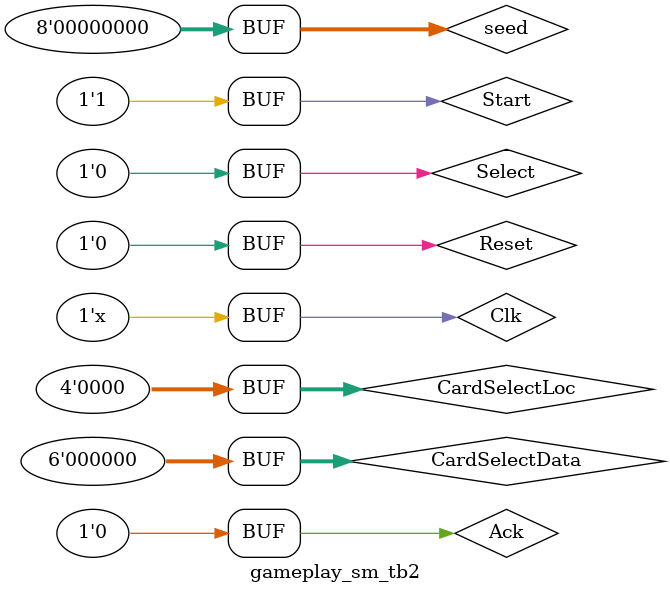
<source format=v>
`timescale 1ns / 1ps


module gameplay_sm_tb2;

	// Inputs
	reg Clk;
	reg Start;
	reg Reset;
	reg Select;
	reg [5:0] CardSelectData;
	reg [3:0] CardSelectLoc;
	reg Ack;
	reg [7:0] seed;

	// Outputs
	wire [9:0] state;
	wire WriteEnable;
	wire [3:0] CARD1;
	wire [3:0] CARD2;
	wire [5:0] dataOut;
	wire [3:0] dataLoc;

	// Instantiate the Unit Under Test (UUT)
	gameplay_sm uut (
		.Clk(Clk), 
		.Start(Start), 
		.Reset(Reset), 
		.Select(Select), 
		.seed(seed),
		.CardSelectData(CardSelectData), 
		.CardSelectLoc(CardSelectLoc), 
		.Ack(Ack), 
		.state(state), 
		.WriteEnable(WriteEnable), 
		.CARD1(CARD1), 
		.CARD2(CARD2), 
		.dataOut(dataOut), 
		.dataLoc(dataLoc)
	);
	
	always
	begin
		#5 Clk = ~Clk;
	end

	initial begin
		// Initialize Inputs
		Clk = 0;
		Start = 1;
		Reset = 1;
		Select = 0;
		seed = 8'b00000000;
		CardSelectData = 0;
		CardSelectLoc = 0;
		Ack = 0;

		// Wait 100 ns for global reset to finish
		#100;
		
		Reset = 0;
        
		// Add stimulus here

	end
      
endmodule


</source>
